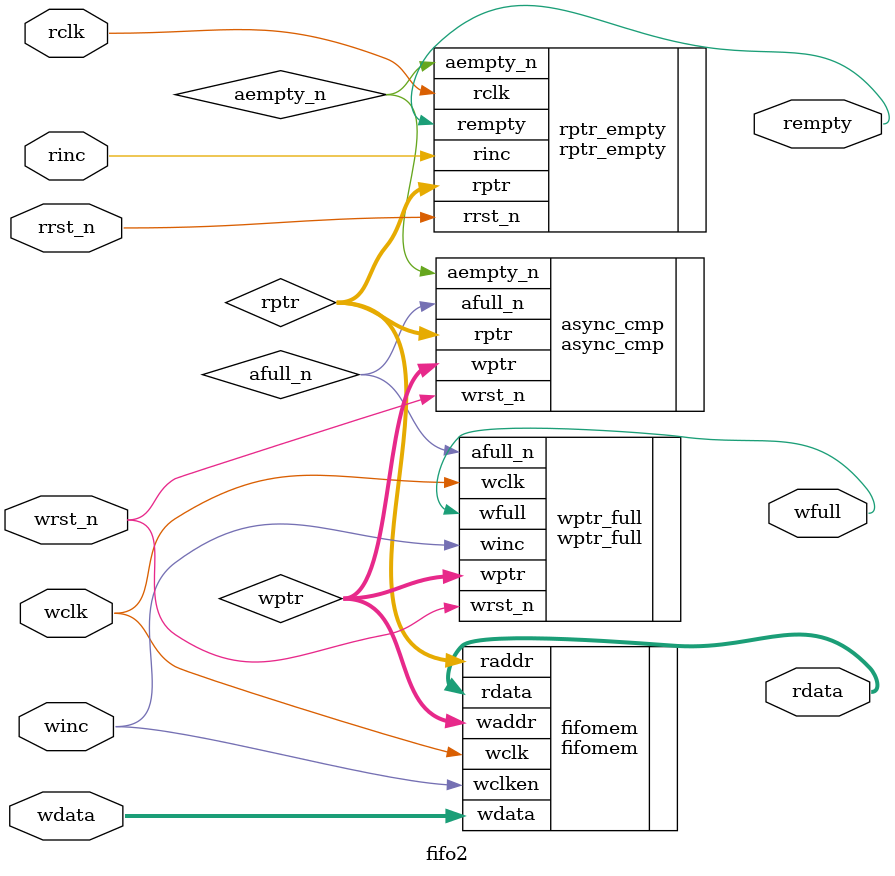
<source format=v>
module fifo2 (rdata, wfull, rempty, wdata,
              winc, wclk, wrst_n, rinc, rclk, rrst_n);
parameter DSIZE = 8;
parameter ASIZE = 4;
output [DSIZE-1:0] rdata;
output wfull;
output rempty;
input [DSIZE-1:0] wdata;
input winc, wclk, wrst_n;
input rinc, rclk, rrst_n;
wire [ASIZE-1:0] wptr, rptr;
wire [ASIZE-1:0] waddr, raddr;
async_cmp #(ASIZE) async_cmp
          (.aempty_n(aempty_n), .afull_n(afull_n),
           .wptr(wptr), .rptr(rptr), .wrst_n(wrst_n));
fifomem #(DSIZE, ASIZE) fifomem
        (.rdata(rdata), .wdata(wdata),
         .waddr(wptr), .raddr(rptr),
         .wclken(winc), .wclk(wclk));
rptr_empty #(ASIZE) rptr_empty
           (.rempty(rempty), .rptr(rptr),
            .aempty_n(aempty_n), .rinc(rinc),
            .rclk(rclk), .rrst_n(rrst_n));
wptr_full #(ASIZE) wptr_full
          (.wfull(wfull), .wptr(wptr),
           .afull_n(afull_n), .winc(winc),
           .wclk(wclk), .wrst_n(wrst_n));
endmodule


</source>
